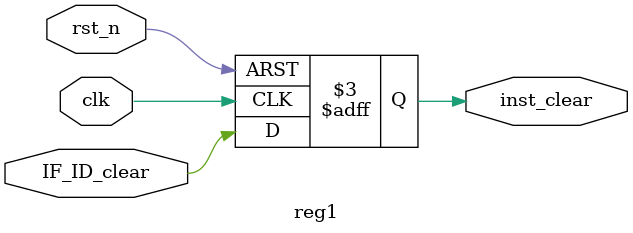
<source format=v>
`timescale 1ns / 1ps

module reg1 (
    input clk,
    input rst_n,
    input IF_ID_clear,
    output reg inst_clear
);

    always @(posedge clk or negedge rst_n) begin
        if (!rst_n) begin
            inst_clear <= 0;
        end else begin
            inst_clear <= IF_ID_clear;
        end
    end
    
endmodule
</source>
